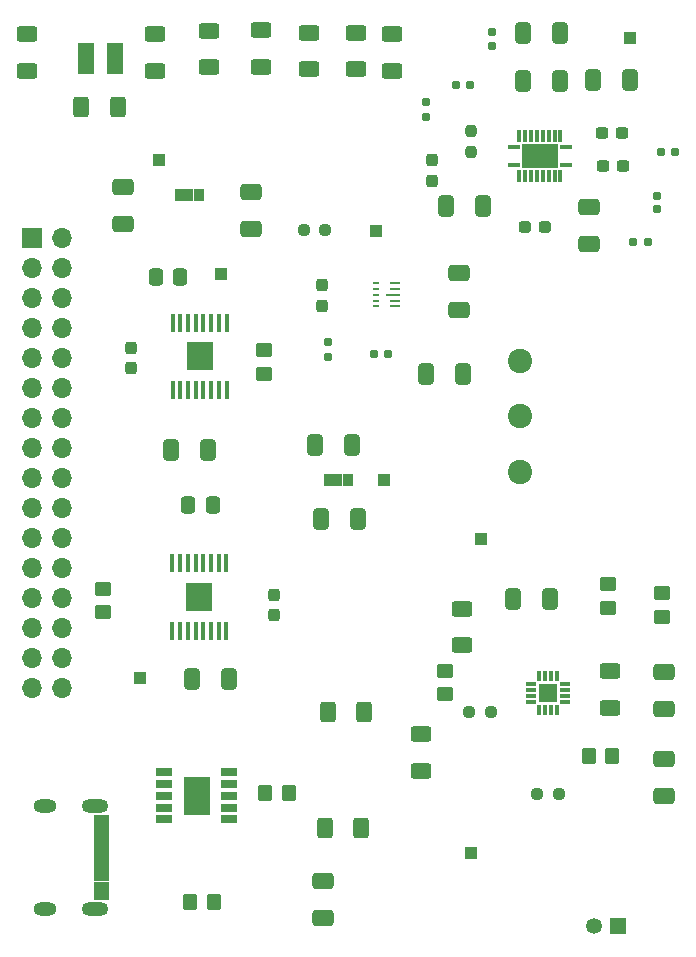
<source format=gbr>
%TF.GenerationSoftware,KiCad,Pcbnew,9.0.0*%
%TF.CreationDate,2025-04-05T16:57:48+02:00*%
%TF.ProjectId,PCB_v2,5043425f-7632-42e6-9b69-6361645f7063,rev?*%
%TF.SameCoordinates,Original*%
%TF.FileFunction,Soldermask,Top*%
%TF.FilePolarity,Negative*%
%FSLAX46Y46*%
G04 Gerber Fmt 4.6, Leading zero omitted, Abs format (unit mm)*
G04 Created by KiCad (PCBNEW 9.0.0) date 2025-04-05 16:57:48*
%MOMM*%
%LPD*%
G01*
G04 APERTURE LIST*
G04 Aperture macros list*
%AMRoundRect*
0 Rectangle with rounded corners*
0 $1 Rounding radius*
0 $2 $3 $4 $5 $6 $7 $8 $9 X,Y pos of 4 corners*
0 Add a 4 corners polygon primitive as box body*
4,1,4,$2,$3,$4,$5,$6,$7,$8,$9,$2,$3,0*
0 Add four circle primitives for the rounded corners*
1,1,$1+$1,$2,$3*
1,1,$1+$1,$4,$5*
1,1,$1+$1,$6,$7*
1,1,$1+$1,$8,$9*
0 Add four rect primitives between the rounded corners*
20,1,$1+$1,$2,$3,$4,$5,0*
20,1,$1+$1,$4,$5,$6,$7,0*
20,1,$1+$1,$6,$7,$8,$9,0*
20,1,$1+$1,$8,$9,$2,$3,0*%
G04 Aperture macros list end*
%ADD10C,0.010000*%
%ADD11R,1.000000X1.000000*%
%ADD12R,1.350000X1.350000*%
%ADD13C,1.350000*%
%ADD14RoundRect,0.237500X0.250000X0.237500X-0.250000X0.237500X-0.250000X-0.237500X0.250000X-0.237500X0*%
%ADD15RoundRect,0.250000X-0.625000X0.400000X-0.625000X-0.400000X0.625000X-0.400000X0.625000X0.400000X0*%
%ADD16RoundRect,0.250000X0.400000X0.625000X-0.400000X0.625000X-0.400000X-0.625000X0.400000X-0.625000X0*%
%ADD17RoundRect,0.250000X0.450000X-0.350000X0.450000X0.350000X-0.450000X0.350000X-0.450000X-0.350000X0*%
%ADD18R,1.400000X0.700000*%
%ADD19R,2.300000X3.200000*%
%ADD20RoundRect,0.160000X0.197500X0.160000X-0.197500X0.160000X-0.197500X-0.160000X0.197500X-0.160000X0*%
%ADD21RoundRect,0.250000X0.412500X0.650000X-0.412500X0.650000X-0.412500X-0.650000X0.412500X-0.650000X0*%
%ADD22RoundRect,0.237500X0.237500X-0.250000X0.237500X0.250000X-0.237500X0.250000X-0.237500X-0.250000X0*%
%ADD23RoundRect,0.250000X-0.412500X-0.650000X0.412500X-0.650000X0.412500X0.650000X-0.412500X0.650000X0*%
%ADD24RoundRect,0.237500X0.237500X-0.300000X0.237500X0.300000X-0.237500X0.300000X-0.237500X-0.300000X0*%
%ADD25RoundRect,0.237500X-0.237500X0.300000X-0.237500X-0.300000X0.237500X-0.300000X0.237500X0.300000X0*%
%ADD26RoundRect,0.237500X-0.300000X-0.237500X0.300000X-0.237500X0.300000X0.237500X-0.300000X0.237500X0*%
%ADD27RoundRect,0.250000X0.650000X-0.412500X0.650000X0.412500X-0.650000X0.412500X-0.650000X-0.412500X0*%
%ADD28R,0.600000X0.250000*%
%ADD29R,0.900000X0.250000*%
%ADD30R,1.300000X0.250000*%
%ADD31RoundRect,0.250000X-0.450000X0.350000X-0.450000X-0.350000X0.450000X-0.350000X0.450000X0.350000X0*%
%ADD32RoundRect,0.250000X-0.650000X0.412500X-0.650000X-0.412500X0.650000X-0.412500X0.650000X0.412500X0*%
%ADD33RoundRect,0.250000X0.350000X0.450000X-0.350000X0.450000X-0.350000X-0.450000X0.350000X-0.450000X0*%
%ADD34RoundRect,0.155000X0.155000X-0.212500X0.155000X0.212500X-0.155000X0.212500X-0.155000X-0.212500X0*%
%ADD35C,2.057400*%
%ADD36R,0.990000X0.300000*%
%ADD37R,0.300000X0.990000*%
%ADD38R,3.150000X2.150000*%
%ADD39RoundRect,0.059250X-0.397750X-0.177750X0.397750X-0.177750X0.397750X0.177750X-0.397750X0.177750X0*%
%ADD40RoundRect,0.102000X-0.250000X-0.430000X0.250000X-0.430000X0.250000X0.430000X-0.250000X0.430000X0*%
%ADD41RoundRect,0.160000X0.160000X-0.197500X0.160000X0.197500X-0.160000X0.197500X-0.160000X-0.197500X0*%
%ADD42O,2.254000X1.154000*%
%ADD43O,1.954000X1.154000*%
%ADD44RoundRect,0.237500X-0.250000X-0.237500X0.250000X-0.237500X0.250000X0.237500X-0.250000X0.237500X0*%
%ADD45R,2.310000X2.460000*%
%ADD46RoundRect,0.100000X-0.100000X0.687500X-0.100000X-0.687500X0.100000X-0.687500X0.100000X0.687500X0*%
%ADD47RoundRect,0.085500X-0.621500X-0.256500X0.621500X-0.256500X0.621500X0.256500X-0.621500X0.256500X0*%
%ADD48RoundRect,0.250000X-0.337500X-0.475000X0.337500X-0.475000X0.337500X0.475000X-0.337500X0.475000X0*%
%ADD49RoundRect,0.250000X-0.400000X-0.625000X0.400000X-0.625000X0.400000X0.625000X-0.400000X0.625000X0*%
%ADD50RoundRect,0.155000X-0.212500X-0.155000X0.212500X-0.155000X0.212500X0.155000X-0.212500X0.155000X0*%
%ADD51RoundRect,0.237500X0.287500X0.237500X-0.287500X0.237500X-0.287500X-0.237500X0.287500X-0.237500X0*%
%ADD52R,0.850000X0.300000*%
%ADD53R,0.300000X0.850000*%
%ADD54R,1.650000X1.650000*%
%ADD55RoundRect,0.250000X-0.350000X-0.450000X0.350000X-0.450000X0.350000X0.450000X-0.350000X0.450000X0*%
%ADD56RoundRect,0.237500X-0.237500X0.287500X-0.237500X-0.287500X0.237500X-0.287500X0.237500X0.287500X0*%
%ADD57R,1.700000X1.700000*%
%ADD58O,1.700000X1.700000*%
%ADD59RoundRect,0.100000X0.100000X-0.687500X0.100000X0.687500X-0.100000X0.687500X-0.100000X-0.687500X0*%
G04 APERTURE END LIST*
D10*
%TO.C,J2*%
X98645000Y-124925000D02*
X97405000Y-124925000D01*
X97405000Y-124225000D01*
X98645000Y-124225000D01*
X98645000Y-124925000D01*
G36*
X98645000Y-124925000D02*
G01*
X97405000Y-124925000D01*
X97405000Y-124225000D01*
X98645000Y-124225000D01*
X98645000Y-124925000D01*
G37*
X98645000Y-125725000D02*
X97405000Y-125725000D01*
X97405000Y-125025000D01*
X98645000Y-125025000D01*
X98645000Y-125725000D01*
G36*
X98645000Y-125725000D02*
G01*
X97405000Y-125725000D01*
X97405000Y-125025000D01*
X98645000Y-125025000D01*
X98645000Y-125725000D01*
G37*
X98645000Y-126225000D02*
X97405000Y-126225000D01*
X97405000Y-125825000D01*
X98645000Y-125825000D01*
X98645000Y-126225000D01*
G36*
X98645000Y-126225000D02*
G01*
X97405000Y-126225000D01*
X97405000Y-125825000D01*
X98645000Y-125825000D01*
X98645000Y-126225000D01*
G37*
X98645000Y-126725000D02*
X97405000Y-126725000D01*
X97405000Y-126325000D01*
X98645000Y-126325000D01*
X98645000Y-126725000D01*
G36*
X98645000Y-126725000D02*
G01*
X97405000Y-126725000D01*
X97405000Y-126325000D01*
X98645000Y-126325000D01*
X98645000Y-126725000D01*
G37*
X98645000Y-127225000D02*
X97405000Y-127225000D01*
X97405000Y-126825000D01*
X98645000Y-126825000D01*
X98645000Y-127225000D01*
G36*
X98645000Y-127225000D02*
G01*
X97405000Y-127225000D01*
X97405000Y-126825000D01*
X98645000Y-126825000D01*
X98645000Y-127225000D01*
G37*
X98645000Y-127725000D02*
X97405000Y-127725000D01*
X97405000Y-127325000D01*
X98645000Y-127325000D01*
X98645000Y-127725000D01*
G36*
X98645000Y-127725000D02*
G01*
X97405000Y-127725000D01*
X97405000Y-127325000D01*
X98645000Y-127325000D01*
X98645000Y-127725000D01*
G37*
X98645000Y-128225000D02*
X97405000Y-128225000D01*
X97405000Y-127825000D01*
X98645000Y-127825000D01*
X98645000Y-128225000D01*
G36*
X98645000Y-128225000D02*
G01*
X97405000Y-128225000D01*
X97405000Y-127825000D01*
X98645000Y-127825000D01*
X98645000Y-128225000D01*
G37*
X98645000Y-128725000D02*
X97405000Y-128725000D01*
X97405000Y-128325000D01*
X98645000Y-128325000D01*
X98645000Y-128725000D01*
G36*
X98645000Y-128725000D02*
G01*
X97405000Y-128725000D01*
X97405000Y-128325000D01*
X98645000Y-128325000D01*
X98645000Y-128725000D01*
G37*
X98645000Y-129225000D02*
X97405000Y-129225000D01*
X97405000Y-128825000D01*
X98645000Y-128825000D01*
X98645000Y-129225000D01*
G36*
X98645000Y-129225000D02*
G01*
X97405000Y-129225000D01*
X97405000Y-128825000D01*
X98645000Y-128825000D01*
X98645000Y-129225000D01*
G37*
X98645000Y-129725000D02*
X97405000Y-129725000D01*
X97405000Y-129325000D01*
X98645000Y-129325000D01*
X98645000Y-129725000D01*
G36*
X98645000Y-129725000D02*
G01*
X97405000Y-129725000D01*
X97405000Y-129325000D01*
X98645000Y-129325000D01*
X98645000Y-129725000D01*
G37*
X98645000Y-130525000D02*
X97405000Y-130525000D01*
X97405000Y-129825000D01*
X98645000Y-129825000D01*
X98645000Y-130525000D01*
G36*
X98645000Y-130525000D02*
G01*
X97405000Y-130525000D01*
X97405000Y-129825000D01*
X98645000Y-129825000D01*
X98645000Y-130525000D01*
G37*
X98645000Y-131325000D02*
X97405000Y-131325000D01*
X97405000Y-130625000D01*
X98645000Y-130625000D01*
X98645000Y-131325000D01*
G36*
X98645000Y-131325000D02*
G01*
X97405000Y-131325000D01*
X97405000Y-130625000D01*
X98645000Y-130625000D01*
X98645000Y-131325000D01*
G37*
%TD*%
D11*
%TO.C,TP6*%
X101350000Y-112550000D03*
%TD*%
D12*
%TO.C,J3*%
X141775000Y-133600000D03*
D13*
X139775000Y-133600000D03*
%TD*%
D14*
%TO.C,R12*%
X136787500Y-122376000D03*
X134962500Y-122376000D03*
%TD*%
D15*
%TO.C,R32*%
X107125000Y-57775000D03*
X107125000Y-60875000D03*
%TD*%
D16*
%TO.C,R16*%
X120325000Y-115425000D03*
X117225000Y-115425000D03*
%TD*%
D11*
%TO.C,TP5*%
X108150000Y-78350000D03*
%TD*%
D17*
%TO.C,R17*%
X140950000Y-106651000D03*
X140950000Y-104651000D03*
%TD*%
D18*
%TO.C,IC1*%
X103375000Y-120550000D03*
X103375000Y-121550000D03*
X103375000Y-122550000D03*
X103375000Y-123550000D03*
X103375000Y-124550000D03*
X108875000Y-124550000D03*
X108875000Y-123550000D03*
X108875000Y-122550000D03*
X108875000Y-121550000D03*
X108875000Y-120550000D03*
D19*
X106125000Y-122550000D03*
%TD*%
D15*
%TO.C,R18*%
X141150000Y-112025000D03*
X141150000Y-115125000D03*
%TD*%
D20*
%TO.C,R25*%
X122345000Y-85175000D03*
X121150000Y-85175000D03*
%TD*%
D21*
%TO.C,C15*%
X136912500Y-62025000D03*
X133787500Y-62025000D03*
%TD*%
D22*
%TO.C,R20*%
X129350000Y-68087500D03*
X129350000Y-66262500D03*
%TD*%
D21*
%TO.C,C6*%
X136037500Y-105901000D03*
X132912500Y-105901000D03*
%TD*%
D23*
%TO.C,C8*%
X116162500Y-92825000D03*
X119287500Y-92825000D03*
%TD*%
D24*
%TO.C,C21*%
X126075000Y-70462500D03*
X126075000Y-68737500D03*
%TD*%
D25*
%TO.C,C11*%
X100600000Y-84612500D03*
X100600000Y-86337500D03*
%TD*%
D16*
%TO.C,R8*%
X99425000Y-64275000D03*
X96325000Y-64275000D03*
%TD*%
D11*
%TO.C,TP2*%
X102950000Y-68700000D03*
%TD*%
%TO.C,TP1*%
X121950000Y-95850000D03*
%TD*%
D26*
%TO.C,C17*%
X140412500Y-66475000D03*
X142137500Y-66475000D03*
%TD*%
D27*
%TO.C,C13*%
X145650000Y-122538500D03*
X145650000Y-119413500D03*
%TD*%
D15*
%TO.C,R14*%
X125150000Y-117350000D03*
X125150000Y-120450000D03*
%TD*%
D28*
%TO.C,IC3*%
X121275000Y-79125000D03*
X121275000Y-79625000D03*
X121275000Y-80125000D03*
X121275000Y-80625000D03*
X121275000Y-81125000D03*
D29*
X122925000Y-81125000D03*
X122925000Y-80625000D03*
D30*
X122725000Y-80125000D03*
D29*
X122925000Y-79625000D03*
X122925000Y-79125000D03*
%TD*%
D31*
%TO.C,R19*%
X127150000Y-111950000D03*
X127150000Y-113950000D03*
%TD*%
D32*
%TO.C,C10*%
X99900000Y-71012500D03*
X99900000Y-74137500D03*
%TD*%
D27*
%TO.C,C14*%
X145650000Y-115188500D03*
X145650000Y-112063500D03*
%TD*%
D15*
%TO.C,R13*%
X128575000Y-106725000D03*
X128575000Y-109825000D03*
%TD*%
D33*
%TO.C,R33*%
X141300000Y-119201000D03*
X139300000Y-119201000D03*
%TD*%
D34*
%TO.C,C24*%
X145075000Y-72867500D03*
X145075000Y-71732500D03*
%TD*%
D11*
%TO.C,TP3*%
X130225000Y-100800000D03*
%TD*%
D35*
%TO.C,SW1*%
X133490700Y-85733400D03*
X133490700Y-90433401D03*
X133490700Y-95133401D03*
%TD*%
D36*
%TO.C,IC2*%
X132975000Y-69125000D03*
D37*
X133425000Y-70075000D03*
X133925000Y-70075000D03*
X134425000Y-70075000D03*
X134925000Y-70075000D03*
X135425000Y-70075000D03*
X135925000Y-70075000D03*
X136425000Y-70075000D03*
X136925000Y-70075000D03*
D36*
X137375000Y-69125000D03*
X137375000Y-67625000D03*
D37*
X136925000Y-66675000D03*
X136425000Y-66675000D03*
X135925000Y-66675000D03*
X135425000Y-66675000D03*
X134925000Y-66675000D03*
X134425000Y-66675000D03*
X133925000Y-66675000D03*
X133425000Y-66675000D03*
D36*
X132975000Y-67625000D03*
D38*
X135175000Y-68375000D03*
%TD*%
D39*
%TO.C,U4*%
X117335000Y-95600000D03*
X117335000Y-96100000D03*
X118925000Y-96100000D03*
X118925000Y-95600000D03*
D40*
X118130000Y-95850000D03*
%TD*%
D41*
%TO.C,R23*%
X131150000Y-59097500D03*
X131150000Y-57902500D03*
%TD*%
D42*
%TO.C,J2*%
X97475000Y-123450000D03*
X97475000Y-132100000D03*
D43*
X93275000Y-123450000D03*
X93275000Y-132100000D03*
%TD*%
D44*
%TO.C,R11*%
X129200000Y-115425000D03*
X131025000Y-115425000D03*
%TD*%
D11*
%TO.C,3v3TP1*%
X121300000Y-74725000D03*
%TD*%
%TO.C,TP4*%
X142775000Y-58425000D03*
%TD*%
D45*
%TO.C,U1*%
X106375000Y-85350000D03*
D46*
X108650000Y-82487500D03*
X108000000Y-82487500D03*
X107350000Y-82487500D03*
X106700000Y-82487500D03*
X106050000Y-82487500D03*
X105400000Y-82487500D03*
X104750000Y-82487500D03*
X104100000Y-82487500D03*
X104100000Y-88212500D03*
X104750000Y-88212500D03*
X105400000Y-88212500D03*
X106050000Y-88212500D03*
X106700000Y-88212500D03*
X107350000Y-88212500D03*
X108000000Y-88212500D03*
X108650000Y-88212500D03*
%TD*%
D41*
%TO.C,R21*%
X125512500Y-65047500D03*
X125512500Y-63852500D03*
%TD*%
D15*
%TO.C,R29*%
X122650000Y-58050000D03*
X122650000Y-61150000D03*
%TD*%
D47*
%TO.C,U3*%
X96735000Y-59125000D03*
X96735000Y-59775000D03*
X96735000Y-60425000D03*
X96735000Y-61075000D03*
X99245000Y-61075000D03*
X99245000Y-60425000D03*
X99245000Y-59775000D03*
X99245000Y-59125000D03*
%TD*%
D21*
%TO.C,C2*%
X108855000Y-112675000D03*
X105730000Y-112675000D03*
%TD*%
D48*
%TO.C,C12*%
X102662500Y-78600000D03*
X104737500Y-78600000D03*
%TD*%
D20*
%TO.C,R24*%
X144300000Y-75700000D03*
X143105000Y-75700000D03*
%TD*%
D15*
%TO.C,R30*%
X115650000Y-57950000D03*
X115650000Y-61050000D03*
%TD*%
D49*
%TO.C,R7*%
X116975000Y-125275000D03*
X120075000Y-125275000D03*
%TD*%
D31*
%TO.C,R2*%
X111825000Y-84825000D03*
X111825000Y-86825000D03*
%TD*%
D50*
%TO.C,C23*%
X128090000Y-62375000D03*
X129225000Y-62375000D03*
%TD*%
D51*
%TO.C,L1*%
X135650000Y-74400000D03*
X133900000Y-74400000D03*
%TD*%
D15*
%TO.C,R28*%
X119625000Y-57950000D03*
X119625000Y-61050000D03*
%TD*%
D48*
%TO.C,C4*%
X105412500Y-97950000D03*
X107487500Y-97950000D03*
%TD*%
D32*
%TO.C,C25*%
X128375000Y-78287500D03*
X128375000Y-81412500D03*
%TD*%
D52*
%TO.C,U6*%
X134425000Y-113125000D03*
X134425000Y-113625000D03*
X134425000Y-114125000D03*
X134425000Y-114625000D03*
D53*
X135125000Y-115325000D03*
X135625000Y-115325000D03*
X136125000Y-115325000D03*
X136625000Y-115325000D03*
D52*
X137325000Y-114625000D03*
X137325000Y-114125000D03*
X137325000Y-113625000D03*
X137325000Y-113125000D03*
D53*
X136625000Y-112425000D03*
X136125000Y-112425000D03*
X135625000Y-112425000D03*
X135125000Y-112425000D03*
D54*
X135875000Y-113875000D03*
%TD*%
D21*
%TO.C,C16*%
X136862500Y-57975000D03*
X133737500Y-57975000D03*
%TD*%
D55*
%TO.C,R10*%
X111900000Y-122300000D03*
X113900000Y-122300000D03*
%TD*%
D23*
%TO.C,C19*%
X139687500Y-61950000D03*
X142812500Y-61950000D03*
%TD*%
D26*
%TO.C,C22*%
X140487500Y-69275000D03*
X142212500Y-69275000D03*
%TD*%
D39*
%TO.C,U5*%
X104705000Y-71450000D03*
X104705000Y-71950000D03*
X106295000Y-71950000D03*
X106295000Y-71450000D03*
D40*
X105500000Y-71700000D03*
%TD*%
D41*
%TO.C,R27*%
X117275000Y-85372500D03*
X117275000Y-84177500D03*
%TD*%
D15*
%TO.C,R3*%
X102600000Y-58075000D03*
X102600000Y-61175000D03*
%TD*%
D56*
%TO.C,L2*%
X116700000Y-79325000D03*
X116700000Y-81075000D03*
%TD*%
D32*
%TO.C,C18*%
X139300000Y-72712500D03*
X139300000Y-75837500D03*
%TD*%
D20*
%TO.C,R22*%
X146657500Y-68050000D03*
X145462500Y-68050000D03*
%TD*%
D57*
%TO.C,J1*%
X92150000Y-75310000D03*
D58*
X94690000Y-75310000D03*
X92150000Y-77850000D03*
X94690000Y-77850000D03*
X92150000Y-80390000D03*
X94690000Y-80390000D03*
X92150000Y-82930000D03*
X94690000Y-82930000D03*
X92150000Y-85470000D03*
X94690000Y-85470000D03*
X92150000Y-88010000D03*
X94690000Y-88010000D03*
X92150000Y-90550000D03*
X94690000Y-90550000D03*
X92150000Y-93090000D03*
X94690000Y-93090000D03*
X92150000Y-95630000D03*
X94690000Y-95630000D03*
X92150000Y-98170000D03*
X94690000Y-98170000D03*
X92150000Y-100710000D03*
X94690000Y-100710000D03*
X92150000Y-103250000D03*
X94690000Y-103250000D03*
X92150000Y-105790000D03*
X94690000Y-105790000D03*
X92150000Y-108330000D03*
X94690000Y-108330000D03*
X92150000Y-110870000D03*
X94690000Y-110870000D03*
X92150000Y-113410000D03*
X94690000Y-113410000D03*
%TD*%
D11*
%TO.C,MCUTP1*%
X129350000Y-127375000D03*
%TD*%
D17*
%TO.C,R15*%
X145525000Y-107401000D03*
X145525000Y-105401000D03*
%TD*%
D32*
%TO.C,C9*%
X110700000Y-71412500D03*
X110700000Y-74537500D03*
%TD*%
D31*
%TO.C,R6*%
X98200000Y-105025000D03*
X98200000Y-107025000D03*
%TD*%
D23*
%TO.C,C20*%
X127262500Y-72625000D03*
X130387500Y-72625000D03*
%TD*%
%TO.C,C1*%
X103970000Y-93300000D03*
X107095000Y-93300000D03*
%TD*%
D45*
%TO.C,U2*%
X106350000Y-105750000D03*
D59*
X104075000Y-108612500D03*
X104725000Y-108612500D03*
X105375000Y-108612500D03*
X106025000Y-108612500D03*
X106675000Y-108612500D03*
X107325000Y-108612500D03*
X107975000Y-108612500D03*
X108625000Y-108612500D03*
X108625000Y-102887500D03*
X107975000Y-102887500D03*
X107325000Y-102887500D03*
X106675000Y-102887500D03*
X106025000Y-102887500D03*
X105375000Y-102887500D03*
X104725000Y-102887500D03*
X104075000Y-102887500D03*
%TD*%
D24*
%TO.C,C5*%
X112700000Y-107287500D03*
X112700000Y-105562500D03*
%TD*%
D15*
%TO.C,R5*%
X91750000Y-58075000D03*
X91750000Y-61175000D03*
%TD*%
D32*
%TO.C,C3*%
X116800000Y-129737500D03*
X116800000Y-132862500D03*
%TD*%
D15*
%TO.C,R31*%
X111575000Y-57750000D03*
X111575000Y-60850000D03*
%TD*%
D23*
%TO.C,C26*%
X125525000Y-86825000D03*
X128650000Y-86825000D03*
%TD*%
D21*
%TO.C,C7*%
X119787500Y-99150000D03*
X116662500Y-99150000D03*
%TD*%
D55*
%TO.C,R9*%
X105575000Y-131550000D03*
X107575000Y-131550000D03*
%TD*%
D14*
%TO.C,R26*%
X117025000Y-74675000D03*
X115200000Y-74675000D03*
%TD*%
M02*

</source>
